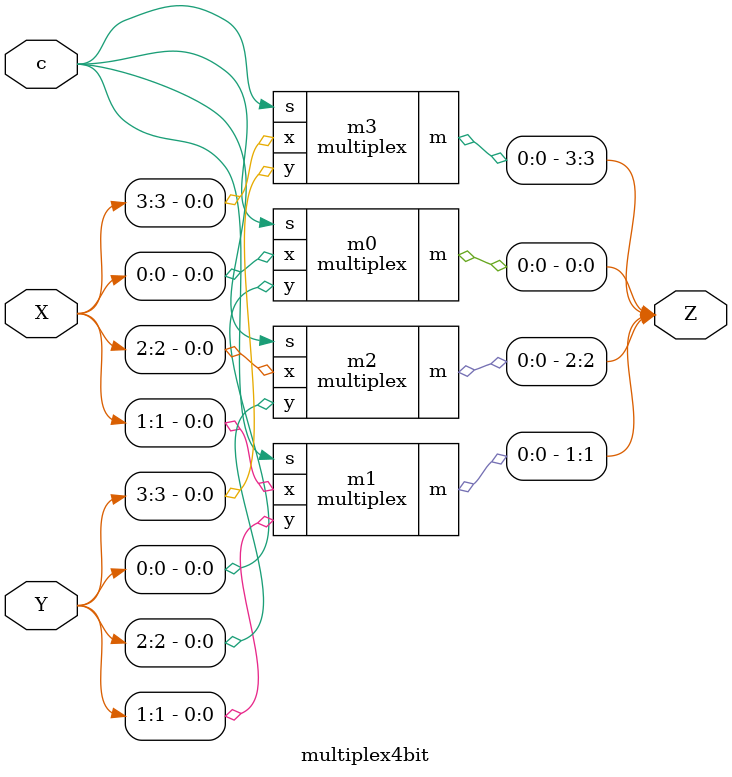
<source format=v>
module multiplex (m,s,x,y);
	output m;
	input s,x,y;

	assign m = (~s & x) | (s & y);
endmodule

module multiplex4bit (Z,c,X,Y);
	output [3:0] Z;
	input c;
	input [3:0] X;
	input [3:0] Y;

	multiplex m0(Z[0],c,X[0],Y[0]);
	multiplex m1(Z[1],c,X[1],Y[1]);
	multiplex m2(Z[2],c,X[2],Y[2]);
	multiplex m3(Z[3],c,X[3],Y[3]);
endmodule



</source>
